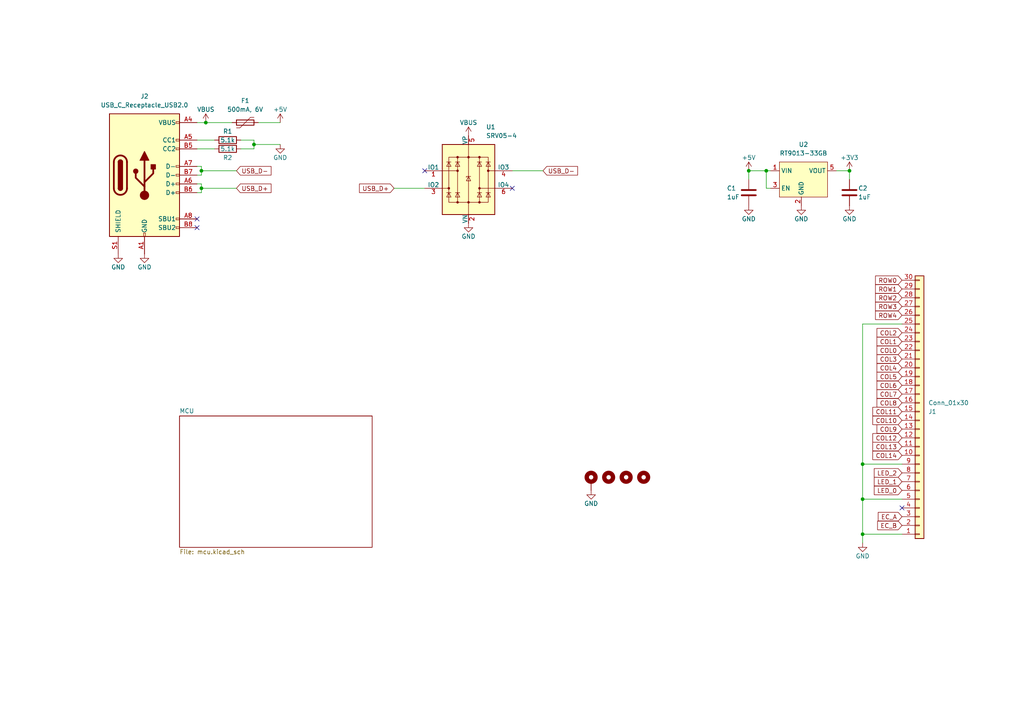
<source format=kicad_sch>
(kicad_sch (version 20230121) (generator eeschema)
  (paper "A4")
  (title_block (title "Facade60 Daughterboard") (rev "1.0") (company "SideraKB") (comment 1 "RP2040 edition") (comment 2 "Open source hardware, CERN-OHL-P v2") (comment 3 "https://github.com/siderakb/facade"))
  (lib_symbols
    (symbol "Connector:USB_C_Receptacle_USB2.0" (pin_names (offset 1.016))
      (property "Reference" "J" (at -10.16 19.05 0))
      (property "Value" "USB_C_Receptacle_USB2.0" (at 19.05 19.05 0))
      (symbol "USB_C_Receptacle_USB2.0_0_0"
        (rectangle (start -0.254 -17.78) (end 0.254 -16.764))
        (rectangle (start 10.16 -14.986) (end 9.144 -15.494))
        (rectangle (start 10.16 -12.446) (end 9.144 -12.954))
        (rectangle (start 10.16 -4.826) (end 9.144 -5.334))
        (rectangle (start 10.16 -2.286) (end 9.144 -2.794))
        (rectangle (start 10.16 0.254) (end 9.144 -0.254))
        (rectangle (start 10.16 2.794) (end 9.144 2.286))
        (rectangle (start 10.16 7.874) (end 9.144 7.366))
        (rectangle (start 10.16 10.414) (end 9.144 9.906))
        (rectangle (start 10.16 15.494) (end 9.144 14.986))
      )
      (symbol "USB_C_Receptacle_USB2.0_0_1"
        (rectangle (start -10.16 17.78) (end 10.16 -17.78) (stroke (width 0.254)) (fill (type background)))
        (arc (start -8.89 -3.81) (mid -6.985 -5.7067) (end -5.08 -3.81) (stroke (width 0.508)))
        (arc (start -7.62 -3.81) (mid -6.985 -4.4423) (end -6.35 -3.81) (stroke (width 0.254)))
        (arc (start -7.62 -3.81) (mid -6.985 -4.4423) (end -6.35 -3.81) (stroke (width 0.254)) (fill (type outline)))
        (rectangle (start -7.62 -3.81) (end -6.35 3.81) (stroke (width 0.254)) (fill (type outline)))
        (arc (start -6.35 3.81) (mid -6.985 4.4423) (end -7.62 3.81) (stroke (width 0.254)))
        (arc (start -6.35 3.81) (mid -6.985 4.4423) (end -7.62 3.81) (stroke (width 0.254)) (fill (type outline)))
        (arc (start -5.08 3.81) (mid -6.985 5.7067) (end -8.89 3.81) (stroke (width 0.508)))
        (circle (center -2.54 1.143) (radius 0.635) (stroke (width 0.254)) (fill (type outline)))
        (circle (center 0 -5.842) (radius 1.27) (fill (type outline)))
        (polyline (pts (xy -8.89 -3.81) (xy -8.89 3.81)) (stroke (width 0.508)))
        (polyline (pts (xy -5.08 3.81) (xy -5.08 -3.81)) (stroke (width 0.508)))
        (polyline (pts (xy 0 -5.842) (xy 0 4.318)) (stroke (width 0.508)))
        (polyline (pts (xy 0 -3.302) (xy -2.54 -0.762) (xy -2.54 0.508)) (stroke (width 0.508)))
        (polyline (pts (xy 0 -2.032) (xy 2.54 0.508) (xy 2.54 1.778)) (stroke (width 0.508)))
        (polyline (pts (xy -1.27 4.318) (xy 0 6.858) (xy 1.27 4.318) (xy -1.27 4.318)) (stroke (width 0.254)) (fill (type outline)))
        (rectangle (start 1.905 1.778) (end 3.175 3.048) (stroke (width 0.254)) (fill (type outline)))
      )
      (symbol "USB_C_Receptacle_USB2.0_1_1"
        (pin passive line (at 0 -22.86 90) (length 5.08) (name "GND") (number "A1"))
        (pin passive line (at 0 -22.86 90) (length 5.08) hide (name "GND") (number "A12"))
        (pin passive line (at 15.24 15.24 180) (length 5.08) (name "VBUS") (number "A4"))
        (pin bidirectional line (at 15.24 10.16 180) (length 5.08) (name "CC1") (number "A5"))
        (pin bidirectional line (at 15.24 -2.54 180) (length 5.08) (name "D+") (number "A6"))
        (pin bidirectional line (at 15.24 2.54 180) (length 5.08) (name "D-") (number "A7"))
        (pin bidirectional line (at 15.24 -12.7 180) (length 5.08) (name "SBU1") (number "A8"))
        (pin passive line (at 15.24 15.24 180) (length 5.08) hide (name "VBUS") (number "A9"))
        (pin passive line (at 0 -22.86 90) (length 5.08) hide (name "GND") (number "B1"))
        (pin passive line (at 0 -22.86 90) (length 5.08) hide (name "GND") (number "B12"))
        (pin passive line (at 15.24 15.24 180) (length 5.08) hide (name "VBUS") (number "B4"))
        (pin bidirectional line (at 15.24 7.62 180) (length 5.08) (name "CC2") (number "B5"))
        (pin bidirectional line (at 15.24 -5.08 180) (length 5.08) (name "D+") (number "B6"))
        (pin bidirectional line (at 15.24 0 180) (length 5.08) (name "D-") (number "B7"))
        (pin bidirectional line (at 15.24 -15.24 180) (length 5.08) (name "SBU2") (number "B8"))
        (pin passive line (at 15.24 15.24 180) (length 5.08) hide (name "VBUS") (number "B9"))
        (pin passive line (at -7.62 -22.86 90) (length 5.08) (name "SHIELD") (number "S1"))
      )
    )
    (symbol "Connector_Generic:Conn_01x30" (pin_names (offset 1.016) hide)
      (property "Reference" "J" (at 0 38.1 0))
      (property "Value" "Conn_01x30" (at 0 -40.64 0))
      (symbol "Conn_01x30_1_1"
        (rectangle (start -1.27 -37.973) (end 0 -38.227) (stroke (width 0.1524)))
        (rectangle (start -1.27 -35.433) (end 0 -35.687) (stroke (width 0.1524)))
        (rectangle (start -1.27 -32.893) (end 0 -33.147) (stroke (width 0.1524)))
        (rectangle (start -1.27 -30.353) (end 0 -30.607) (stroke (width 0.1524)))
        (rectangle (start -1.27 -27.813) (end 0 -28.067) (stroke (width 0.1524)))
        (rectangle (start -1.27 -25.273) (end 0 -25.527) (stroke (width 0.1524)))
        (rectangle (start -1.27 -22.733) (end 0 -22.987) (stroke (width 0.1524)))
        (rectangle (start -1.27 -20.193) (end 0 -20.447) (stroke (width 0.1524)))
        (rectangle (start -1.27 -17.653) (end 0 -17.907) (stroke (width 0.1524)))
        (rectangle (start -1.27 -15.113) (end 0 -15.367) (stroke (width 0.1524)))
        (rectangle (start -1.27 -12.573) (end 0 -12.827) (stroke (width 0.1524)))
        (rectangle (start -1.27 -10.033) (end 0 -10.287) (stroke (width 0.1524)))
        (rectangle (start -1.27 -7.493) (end 0 -7.747) (stroke (width 0.1524)))
        (rectangle (start -1.27 -4.953) (end 0 -5.207) (stroke (width 0.1524)))
        (rectangle (start -1.27 -2.413) (end 0 -2.667) (stroke (width 0.1524)))
        (rectangle (start -1.27 0.127) (end 0 -0.127) (stroke (width 0.1524)))
        (rectangle (start -1.27 2.667) (end 0 2.413) (stroke (width 0.1524)))
        (rectangle (start -1.27 5.207) (end 0 4.953) (stroke (width 0.1524)))
        (rectangle (start -1.27 7.747) (end 0 7.493) (stroke (width 0.1524)))
        (rectangle (start -1.27 10.287) (end 0 10.033) (stroke (width 0.1524)))
        (rectangle (start -1.27 12.827) (end 0 12.573) (stroke (width 0.1524)))
        (rectangle (start -1.27 15.367) (end 0 15.113) (stroke (width 0.1524)))
        (rectangle (start -1.27 17.907) (end 0 17.653) (stroke (width 0.1524)))
        (rectangle (start -1.27 20.447) (end 0 20.193) (stroke (width 0.1524)))
        (rectangle (start -1.27 22.987) (end 0 22.733) (stroke (width 0.1524)))
        (rectangle (start -1.27 25.527) (end 0 25.273) (stroke (width 0.1524)))
        (rectangle (start -1.27 28.067) (end 0 27.813) (stroke (width 0.1524)))
        (rectangle (start -1.27 30.607) (end 0 30.353) (stroke (width 0.1524)))
        (rectangle (start -1.27 33.147) (end 0 32.893) (stroke (width 0.1524)))
        (rectangle (start -1.27 35.687) (end 0 35.433) (stroke (width 0.1524)))
        (rectangle (start -1.27 36.83) (end 1.27 -39.37) (stroke (width 0.254)) (fill (type background)))
        (pin passive line (at -5.08 35.56 0) (length 3.81) (name "Pin_1") (number "1"))
        (pin passive line (at -5.08 12.7 0) (length 3.81) (name "Pin_10") (number "10"))
        (pin passive line (at -5.08 10.16 0) (length 3.81) (name "Pin_11") (number "11"))
        (pin passive line (at -5.08 7.62 0) (length 3.81) (name "Pin_12") (number "12"))
        (pin passive line (at -5.08 5.08 0) (length 3.81) (name "Pin_13") (number "13"))
        (pin passive line (at -5.08 2.54 0) (length 3.81) (name "Pin_14") (number "14"))
        (pin passive line (at -5.08 0 0) (length 3.81) (name "Pin_15") (number "15"))
        (pin passive line (at -5.08 -2.54 0) (length 3.81) (name "Pin_16") (number "16"))
        (pin passive line (at -5.08 -5.08 0) (length 3.81) (name "Pin_17") (number "17"))
        (pin passive line (at -5.08 -7.62 0) (length 3.81) (name "Pin_18") (number "18"))
        (pin passive line (at -5.08 -10.16 0) (length 3.81) (name "Pin_19") (number "19"))
        (pin passive line (at -5.08 33.02 0) (length 3.81) (name "Pin_2") (number "2"))
        (pin passive line (at -5.08 -12.7 0) (length 3.81) (name "Pin_20") (number "20"))
        (pin passive line (at -5.08 -15.24 0) (length 3.81) (name "Pin_21") (number "21"))
        (pin passive line (at -5.08 -17.78 0) (length 3.81) (name "Pin_22") (number "22"))
        (pin passive line (at -5.08 -20.32 0) (length 3.81) (name "Pin_23") (number "23"))
        (pin passive line (at -5.08 -22.86 0) (length 3.81) (name "Pin_24") (number "24"))
        (pin passive line (at -5.08 -25.4 0) (length 3.81) (name "Pin_25") (number "25"))
        (pin passive line (at -5.08 -27.94 0) (length 3.81) (name "Pin_26") (number "26"))
        (pin passive line (at -5.08 -30.48 0) (length 3.81) (name "Pin_27") (number "27"))
        (pin passive line (at -5.08 -33.02 0) (length 3.81) (name "Pin_28") (number "28"))
        (pin passive line (at -5.08 -35.56 0) (length 3.81) (name "Pin_29") (number "29"))
        (pin passive line (at -5.08 30.48 0) (length 3.81) (name "Pin_3") (number "3"))
        (pin passive line (at -5.08 -38.1 0) (length 3.81) (name "Pin_30") (number "30"))
        (pin passive line (at -5.08 27.94 0) (length 3.81) (name "Pin_4") (number "4"))
        (pin passive line (at -5.08 25.4 0) (length 3.81) (name "Pin_5") (number "5"))
        (pin passive line (at -5.08 22.86 0) (length 3.81) (name "Pin_6") (number "6"))
        (pin passive line (at -5.08 20.32 0) (length 3.81) (name "Pin_7") (number "7"))
        (pin passive line (at -5.08 17.78 0) (length 3.81) (name "Pin_8") (number "8"))
        (pin passive line (at -5.08 15.24 0) (length 3.81) (name "Pin_9") (number "9"))
      )
    )
    (symbol "Device:C" (pin_numbers hide) (pin_names (offset 0.254))
      (property "Reference" "C" (at 0.635 2.54 0))
      (property "Value" "C" (at 0.635 -2.54 0))
      (symbol "C_0_1"
        (polyline (pts (xy -2.032 -0.762) (xy 2.032 -0.762)) (stroke (width 0.508)))
        (polyline (pts (xy -2.032 0.762) (xy 2.032 0.762)) (stroke (width 0.508)))
      )
      (symbol "C_1_1"
        (pin passive line (at 0 3.81 270) (length 2.794) (name "~") (number "1"))
        (pin passive line (at 0 -3.81 90) (length 2.794) (name "~") (number "2"))
      )
    )
    (symbol "Device:Polyfuse" (pin_numbers hide) (pin_names (offset 0))
      (property "Reference" "F" (at -2.54 0 90))
      (property "Value" "Polyfuse" (at 2.54 0 90))
      (symbol "Polyfuse_0_1"
        (rectangle (start -0.762 2.54) (end 0.762 -2.54) (stroke (width 0.254)))
        (polyline (pts (xy 0 2.54) (xy 0 -2.54)))
        (polyline (pts (xy -1.524 2.54) (xy -1.524 1.524) (xy 1.524 -1.524) (xy 1.524 -2.54)))
      )
      (symbol "Polyfuse_1_1"
        (pin passive line (at 0 3.81 270) (length 1.27) (name "~") (number "1"))
        (pin passive line (at 0 -3.81 90) (length 1.27) (name "~") (number "2"))
      )
    )
    (symbol "Device:R" (pin_numbers hide) (pin_names (offset 0))
      (property "Reference" "R" (at 2.032 0 90))
      (property "Value" "R" (at 0 0 90))
      (symbol "R_0_1"
        (rectangle (start -1.016 -2.54) (end 1.016 2.54) (stroke (width 0.254)))
      )
      (symbol "R_1_1"
        (pin passive line (at 0 3.81 270) (length 1.27) (name "~") (number "1"))
        (pin passive line (at 0 -3.81 90) (length 1.27) (name "~") (number "2"))
      )
    )
    (symbol "Mechanical:MountingHole" (pin_names (offset 1.016))
      (property "Reference" "H" (at 0 5.08 0))
      (property "Value" "MountingHole" (at 0 3.175 0))
      (symbol "MountingHole_0_1"
        (circle (center 0 0) (radius 1.27) (stroke (width 1.27)))
      )
    )
    (symbol "Mechanical:MountingHole_Pad" (pin_numbers hide) (pin_names (offset 1.016) hide)
      (property "Reference" "H" (at 0 6.35 0))
      (property "Value" "MountingHole_Pad" (at 0 4.445 0))
      (symbol "MountingHole_Pad_0_1"
        (circle (center 0 1.27) (radius 1.27) (stroke (width 1.27)))
      )
      (symbol "MountingHole_Pad_1_1"
        (pin input line (at 0 -2.54 90) (length 2.54) (name "1") (number "1"))
      )
    )
    (symbol "Power_Protection:SRV05-4" (pin_names (offset 0))
      (property "Reference" "U" (at -5.08 11.43 0))
      (property "Value" "SRV05-4" (at 2.54 11.43 0))
      (symbol "SRV05-4_0_0"
        (rectangle (start -5.715 6.477) (end 5.715 -6.604))
        (polyline (pts (xy -3.175 -6.604) (xy -3.175 6.477)))
        (polyline (pts (xy 3.175 6.477) (xy 3.175 -6.604)))
      )
      (symbol "SRV05-4_0_1"
        (rectangle (start -7.62 10.16) (end 7.62 -10.16) (stroke (width 0.254)) (fill (type background)))
        (circle (center -5.715 -2.54) (radius 0.2794) (fill (type outline)))
        (circle (center -3.175 -6.604) (radius 0.2794) (fill (type outline)))
        (circle (center -3.175 2.54) (radius 0.2794) (fill (type outline)))
        (circle (center -3.175 6.477) (radius 0.2794) (fill (type outline)))
        (circle (center 0 -6.604) (radius 0.2794) (fill (type outline)))
        (polyline (pts (xy -7.747 2.54) (xy -3.175 2.54)))
        (polyline (pts (xy -7.62 -2.54) (xy -5.715 -2.54)))
        (polyline (pts (xy -5.08 -3.81) (xy -6.35 -3.81)))
        (polyline (pts (xy -5.08 5.08) (xy -6.35 5.08)))
        (polyline (pts (xy -2.54 -3.81) (xy -3.81 -3.81)))
        (polyline (pts (xy -2.54 5.08) (xy -3.81 5.08)))
        (polyline (pts (xy 0 10.16) (xy 0 -10.16)))
        (polyline (pts (xy 3.81 -3.81) (xy 2.54 -3.81)))
        (polyline (pts (xy 3.81 5.08) (xy 2.54 5.08)))
        (polyline (pts (xy 6.35 -3.81) (xy 5.08 -3.81)))
        (polyline (pts (xy 6.35 5.08) (xy 5.08 5.08)))
        (polyline (pts (xy 7.62 -2.54) (xy 3.175 -2.54)))
        (polyline (pts (xy 7.62 2.54) (xy 5.715 2.54)))
        (polyline (pts (xy 0.635 0.889) (xy -0.635 0.889) (xy -0.635 0.635)))
        (polyline (pts (xy -5.08 -5.08) (xy -6.35 -5.08) (xy -5.715 -3.81) (xy -5.08 -5.08)))
        (polyline (pts (xy -5.08 3.81) (xy -6.35 3.81) (xy -5.715 5.08) (xy -5.08 3.81)))
        (polyline (pts (xy -2.54 -5.08) (xy -3.81 -5.08) (xy -3.175 -3.81) (xy -2.54 -5.08)))
        (polyline (pts (xy -2.54 3.81) (xy -3.81 3.81) (xy -3.175 5.08) (xy -2.54 3.81)))
        (polyline (pts (xy 0.635 -0.381) (xy -0.635 -0.381) (xy 0 0.889) (xy 0.635 -0.381)))
        (polyline (pts (xy 3.81 -5.08) (xy 2.54 -5.08) (xy 3.175 -3.81) (xy 3.81 -5.08)))
        (polyline (pts (xy 3.81 3.81) (xy 2.54 3.81) (xy 3.175 5.08) (xy 3.81 3.81)))
        (polyline (pts (xy 6.35 -5.08) (xy 5.08 -5.08) (xy 5.715 -3.81) (xy 6.35 -5.08)))
        (polyline (pts (xy 6.35 3.81) (xy 5.08 3.81) (xy 5.715 5.08) (xy 6.35 3.81)))
        (circle (center 0 6.477) (radius 0.2794) (fill (type outline)))
        (circle (center 3.175 -6.604) (radius 0.2794) (fill (type outline)))
        (circle (center 3.175 -2.54) (radius 0.2794) (fill (type outline)))
        (circle (center 3.175 6.477) (radius 0.2794) (fill (type outline)))
        (circle (center 5.715 2.54) (radius 0.2794) (fill (type outline)))
      )
      (symbol "SRV05-4_1_1"
        (pin passive line (at -12.7 2.54 0) (length 5.08) (name "IO1") (number "1"))
        (pin passive line (at 0 -12.7 90) (length 2.54) (name "VN") (number "2"))
        (pin passive line (at -12.7 -2.54 0) (length 5.08) (name "IO2") (number "3"))
        (pin passive line (at 12.7 2.54 180) (length 5.08) (name "IO3") (number "4"))
        (pin passive line (at 0 12.7 270) (length 2.54) (name "VP") (number "5"))
        (pin passive line (at 12.7 -2.54 180) (length 5.08) (name "IO4") (number "6"))
      )
    )
    (symbol "power:+3V3" (power) (pin_names (offset 0))
      (property "Value" "+3V3" (at 0 3.556 0))
      (symbol "+3V3_0_1"
        (polyline (pts (xy -0.762 1.27) (xy 0 2.54)))
        (polyline (pts (xy 0 0) (xy 0 2.54)))
        (polyline (pts (xy 0 2.54) (xy 0.762 1.27)))
      )
      (symbol "+3V3_1_1"
        (pin power_in line (at 0 0 90) (length 0) hide (name "+3V3") (number "1"))
      )
    )
    (symbol "power:+5V" (power) (pin_names (offset 0))
      (property "Value" "+5V" (at 0 3.556 0))
      (symbol "+5V_0_1"
        (polyline (pts (xy -0.762 1.27) (xy 0 2.54)))
        (polyline (pts (xy 0 0) (xy 0 2.54)))
        (polyline (pts (xy 0 2.54) (xy 0.762 1.27)))
      )
      (symbol "+5V_1_1"
        (pin power_in line (at 0 0 90) (length 0) hide (name "+5V") (number "1"))
      )
    )
    (symbol "power:GND" (power) (pin_names (offset 0))
      (property "Value" "GND" (at 0 -3.81 0))
      (symbol "GND_0_1"
        (polyline (pts (xy 0 0) (xy 0 -1.27) (xy 1.27 -1.27) (xy 0 -2.54) (xy -1.27 -1.27) (xy 0 -1.27)))
      )
      (symbol "GND_1_1"
        (pin power_in line (at 0 0 270) (length 0) hide (name "GND") (number "1"))
      )
    )
    (symbol "power:VBUS" (power) (pin_names (offset 0))
      (property "Value" "VBUS" (at 0 3.81 0))
      (symbol "VBUS_0_1"
        (polyline (pts (xy -0.762 1.27) (xy 0 2.54)))
        (polyline (pts (xy 0 0) (xy 0 2.54)))
        (polyline (pts (xy 0 2.54) (xy 0.762 1.27)))
      )
      (symbol "VBUS_1_1"
        (pin power_in line (at 0 0 90) (length 0) hide (name "VBUS") (number "1"))
      )
    )
    (symbol "rp-micro:RT9013-33GB"
      (property "Reference" "U?" (at 0 8.89 0))
      (property "Value" "RT9013-33GB" (at 0 6.35 0))
      (symbol "RT9013-33GB_0_0"
        (pin no_connect non_logic (at 10.16 -2.54 180) (length 2.54) hide (name "NC") (number "4"))
      )
      (symbol "RT9013-33GB_0_1"
        (rectangle (start -6.35 5.08) (end 7.62 -5.08) (fill (type background)))
      )
      (symbol "RT9013-33GB_1_1"
        (pin power_in line (at -8.89 2.54 0) (length 2.54) (name "VIN") (number "1"))
        (pin power_in line (at 0 -7.62 90) (length 2.54) (name "GND") (number "2"))
        (pin input line (at -8.89 -2.54 0) (length 2.54) (name "EN") (number "3"))
        (pin power_out line (at 10.16 2.54 180) (length 2.54) (name "VOUT") (number "5"))
      )
    )
  )
  (junction (at 217.17 49.53))
  (junction (at 73.66 41.91))
  (junction (at 59.69 35.56))
  (junction (at 250.19 154.94))
  (junction (at 250.19 134.62))
  (junction (at 250.19 144.78))
  (junction (at 246.38 49.53))
  (junction (at 58.42 54.61))
  (junction (at 58.42 49.53))
  (junction (at 222.25 49.53))
  (no_connect (at 123.19 49.53))
  (no_connect (at 57.15 63.5))
  (no_connect (at 57.15 66.04))
  (no_connect (at 261.62 147.32))
  (no_connect (at 148.59 54.61))
  (wire (pts (xy 246.38 49.53) (xy 246.38 52.07)))
  (wire (pts (xy 57.15 53.34) (xy 58.42 53.34)))
  (wire (pts (xy 73.66 40.64) (xy 73.66 41.91)))
  (wire (pts (xy 217.17 49.53) (xy 222.25 49.53)))
  (wire (pts (xy 58.42 48.26) (xy 58.42 49.53)))
  (wire (pts (xy 58.42 53.34) (xy 58.42 54.61)))
  (wire (pts (xy 58.42 54.61) (xy 68.58 54.61)))
  (wire (pts (xy 73.66 41.91) (xy 81.28 41.91)))
  (wire (pts (xy 250.19 154.94) (xy 250.19 157.48)))
  (wire (pts (xy 58.42 49.53) (xy 68.58 49.53)))
  (wire (pts (xy 67.31 35.56) (xy 59.69 35.56)))
  (wire (pts (xy 250.19 154.94) (xy 261.62 154.94)))
  (wire (pts (xy 57.15 43.18) (xy 62.23 43.18)))
  (wire (pts (xy 250.19 93.98) (xy 250.19 134.62)))
  (wire (pts (xy 58.42 49.53) (xy 58.42 50.8)))
  (wire (pts (xy 58.42 54.61) (xy 58.42 55.88)))
  (wire (pts (xy 217.17 49.53) (xy 217.17 52.07)))
  (wire (pts (xy 223.52 54.61) (xy 222.25 54.61)))
  (wire (pts (xy 250.19 144.78) (xy 261.62 144.78)))
  (wire (pts (xy 57.15 48.26) (xy 58.42 48.26)))
  (wire (pts (xy 73.66 41.91) (xy 73.66 43.18)))
  (wire (pts (xy 57.15 55.88) (xy 58.42 55.88)))
  (wire (pts (xy 261.62 93.98) (xy 250.19 93.98)))
  (wire (pts (xy 62.23 40.64) (xy 57.15 40.64)))
  (wire (pts (xy 114.3 54.61) (xy 123.19 54.61)))
  (wire (pts (xy 242.57 49.53) (xy 246.38 49.53)))
  (wire (pts (xy 73.66 43.18) (xy 69.85 43.18)))
  (wire (pts (xy 222.25 49.53) (xy 223.52 49.53)))
  (wire (pts (xy 250.19 134.62) (xy 250.19 144.78)))
  (wire (pts (xy 157.48 49.53) (xy 148.59 49.53)))
  (wire (pts (xy 222.25 54.61) (xy 222.25 49.53)))
  (wire (pts (xy 250.19 144.78) (xy 250.19 154.94)))
  (wire (pts (xy 57.15 35.56) (xy 59.69 35.56)))
  (wire (pts (xy 73.66 40.64) (xy 69.85 40.64)))
  (wire (pts (xy 81.28 35.56) (xy 74.93 35.56)))
  (wire (pts (xy 58.42 50.8) (xy 57.15 50.8)))
  (wire (pts (xy 250.19 134.62) (xy 261.62 134.62)))
  (global_label "COL8" (shape input) (at 261.62 116.84 180) (property "Intersheetrefs" "${INTERSHEET_REFS}" (effects hide)))
  (global_label "ROW1" (shape input) (at 261.62 83.82 180) (property "Intersheetrefs" "${INTERSHEET_REFS}" (effects hide)))
  (global_label "COL7" (shape input) (at 261.62 114.3 180) (property "Intersheetrefs" "${INTERSHEET_REFS}" (effects hide)))
  (global_label "USB_D+" (shape input) (at 114.3 54.61 180) (property "Intersheetrefs" "${INTERSHEET_REFS}" (effects hide)))
  (global_label "COL14" (shape input) (at 261.62 132.08 180) (property "Intersheetrefs" "${INTERSHEET_REFS}" (effects hide)))
  (global_label "LED_1" (shape input) (at 261.62 139.7 180) (property "Intersheetrefs" "${INTERSHEET_REFS}" (effects hide)))
  (global_label "COL5" (shape input) (at 261.62 109.22 180) (property "Intersheetrefs" "${INTERSHEET_REFS}" (effects hide)))
  (global_label "COL9" (shape input) (at 261.62 124.46 180) (property "Intersheetrefs" "${INTERSHEET_REFS}" (effects hide)))
  (global_label "COL4" (shape input) (at 261.62 106.68 180) (property "Intersheetrefs" "${INTERSHEET_REFS}" (effects hide)))
  (global_label "LED_0" (shape input) (at 261.62 142.24 180) (property "Intersheetrefs" "${INTERSHEET_REFS}" (effects hide)))
  (global_label "ROW4" (shape input) (at 261.62 91.44 180) (property "Intersheetrefs" "${INTERSHEET_REFS}" (effects hide)))
  (global_label "COL6" (shape input) (at 261.62 111.76 180) (property "Intersheetrefs" "${INTERSHEET_REFS}" (effects hide)))
  (global_label "ROW2" (shape input) (at 261.62 86.36 180) (property "Intersheetrefs" "${INTERSHEET_REFS}" (effects hide)))
  (global_label "COL12" (shape input) (at 261.62 127 180) (property "Intersheetrefs" "${INTERSHEET_REFS}" (effects hide)))
  (global_label "COL0" (shape input) (at 261.62 101.6 180) (property "Intersheetrefs" "${INTERSHEET_REFS}" (effects hide)))
  (global_label "COL2" (shape input) (at 261.62 96.52 180) (property "Intersheetrefs" "${INTERSHEET_REFS}" (effects hide)))
  (global_label "ROW3" (shape input) (at 261.62 88.9 180) (property "Intersheetrefs" "${INTERSHEET_REFS}" (effects hide)))
  (global_label "USB_D-" (shape input) (at 68.58 49.53 0) (property "Intersheetrefs" "${INTERSHEET_REFS}" (effects hide)))
  (global_label "LED_2" (shape input) (at 261.62 137.16 180) (property "Intersheetrefs" "${INTERSHEET_REFS}" (effects hide)))
  (global_label "COL3" (shape input) (at 261.62 104.14 180) (property "Intersheetrefs" "${INTERSHEET_REFS}" (effects hide)))
  (global_label "USB_D-" (shape input) (at 157.48 49.53 0) (property "Intersheetrefs" "${INTERSHEET_REFS}" (effects hide)))
  (global_label "ROW0" (shape input) (at 261.62 81.28 180) (property "Intersheetrefs" "${INTERSHEET_REFS}" (effects hide)))
  (global_label "COL10" (shape input) (at 261.62 121.92 180) (property "Intersheetrefs" "${INTERSHEET_REFS}" (effects hide)))
  (global_label "COL11" (shape input) (at 261.62 119.38 180) (property "Intersheetrefs" "${INTERSHEET_REFS}" (effects hide)))
  (global_label "EC_B" (shape input) (at 261.62 152.4 180) (property "Intersheetrefs" "${INTERSHEET_REFS}" (effects hide)))
  (global_label "EC_A" (shape input) (at 261.62 149.86 180) (property "Intersheetrefs" "${INTERSHEET_REFS}" (effects hide)))
  (global_label "USB_D+" (shape input) (at 68.58 54.61 0) (property "Intersheetrefs" "${INTERSHEET_REFS}" (effects hide)))
  (global_label "COL13" (shape input) (at 261.62 129.54 180) (property "Intersheetrefs" "${INTERSHEET_REFS}" (effects hide)))
  (global_label "COL1" (shape input) (at 261.62 99.06 180) (property "Intersheetrefs" "${INTERSHEET_REFS}" (effects hide)))
  (symbol (lib_id "power:GND") (at 217.17 59.69 0) (unit 1)
    (property "Reference" "#PWR08" (effects hide))
    (property "Value" "GND" (at 217.17 63.5 0))
  )
  (symbol (lib_id "Device:R") (at 66.04 40.64 90) (unit 1)
    (property "Reference" "R1" (at 66.04 38.1 90))
    (property "Value" "5.1k" (at 66.04 40.64 90))
    (property "Footprint" "Resistor_SMD:R_0402_1005Metric" (effects hide))
    (property "MFR. Part #" "0402WGF5101TCE" (effects hide))
    (property "LCSC" "C25905" (effects hide))
  )
  (symbol (lib_id "Device:R") (at 66.04 43.18 90) (unit 1)
    (property "Reference" "R2" (at 66.04 45.72 90))
    (property "Value" "5.1k" (at 66.04 43.18 90))
    (property "Footprint" "Resistor_SMD:R_0402_1005Metric" (effects hide))
    (property "MFR. Part #" "0402WGF5101TCE" (effects hide))
    (property "LCSC" "C25905" (effects hide))
  )
  (symbol (lib_id "power:+3V3") (at 246.38 49.53 0) (unit 1)
    (property "Reference" "#PWR07" (effects hide))
    (property "Value" "+3V3" (at 246.38 45.72 0))
  )
  (symbol (lib_id "power:GND") (at 34.29 73.66 0) (unit 1)
    (property "Reference" "#PWR012" (effects hide))
    (property "Value" "GND" (at 34.29 77.47 0))
  )
  (symbol (lib_id "power:GND") (at 135.89 64.77 0) (unit 1)
    (property "Reference" "#PWR011" (effects hide))
    (property "Value" "GND" (at 135.89 68.58 0))
  )
  (symbol (lib_id "Mechanical:MountingHole") (at 186.69 138.43 0) (unit 1)
    (property "Reference" "H4" (effects hide))
    (property "Value" "MountingHole" (effects hide))
    (property "Footprint" "MountingHole:MountingHole_2.7mm_M2.5" (effects hide))
  )
  (symbol (lib_id "power:GND") (at 232.41 59.69 0) (unit 1)
    (property "Reference" "#PWR09" (effects hide))
    (property "Value" "GND" (at 232.41 63.5 0))
  )
  (symbol (lib_id "power:VBUS") (at 59.69 35.56 0) (unit 1)
    (property "Reference" "#PWR02" (effects hide))
    (property "Value" "VBUS" (at 59.69 31.75 0))
  )
  (symbol (lib_id "rp-micro:RT9013-33GB") (at 232.41 52.07 0) (unit 1)
    (property "Reference" "U2" (at 233.045 41.91 0))
    (property "Value" "RT9013-33GB" (at 233.045 44.45 0))
    (property "Footprint" "Package_TO_SOT_SMD:SOT-23-5" (effects hide))
    (property "MFR. Part #" "TPRT9013-33GB" (effects hide))
    (property "LCSC" "C587158" (effects hide))
  )
  (symbol (lib_id "Mechanical:MountingHole") (at 176.53 138.43 0) (unit 1)
    (property "Reference" "H2" (effects hide))
    (property "Value" "MountingHole" (effects hide))
    (property "Footprint" "MountingHole:MountingHole_2.7mm_M2.5" (effects hide))
  )
  (symbol (lib_id "power:VBUS") (at 135.89 39.37 0) (unit 1)
    (property "Reference" "#PWR04" (effects hide))
    (property "Value" "VBUS" (at 135.89 35.56 0))
  )
  (symbol (lib_id "power:GND") (at 41.91 73.66 0) (unit 1)
    (property "Reference" "#PWR013" (effects hide))
    (property "Value" "GND" (at 41.91 77.47 0))
  )
  (symbol (lib_id "Connector:USB_C_Receptacle_USB2.0") (at 41.91 50.8 0) (unit 1)
    (property "Reference" "J2" (at 41.91 27.94 0))
    (property "Value" "USB_C_Receptacle_USB2.0" (at 41.91 30.48 0))
    (property "Footprint" "Connector_USB:USB_C_Receptacle_HRO_TYPE-C-31-M-12" (effects hide))
    (property "Datasheet" "https://www.usb.org/sites/default/files/documents/usb_type-c.zip" (effects hide))
    (property "MFR. Part #" "TYPE-C-31-M-12" (effects hide))
    (property "LCSC" "C165948" (effects hide))
  )
  (symbol (lib_id "Connector_Generic:Conn_01x30") (at 266.7 119.38 0) (mirror x) (unit 1)
    (property "Reference" "J1" (at 269.24 119.38 0) (effects (justify left)))
    (property "Value" "Conn_01x30" (at 269.24 116.84 0) (effects (justify left)))
    (property "Footprint" "Connector_FFC-FPC:TE_3-1734839-0_1x30-1MP_P0.5mm_Horizontal" (effects hide))
    (property "LCSC" "C2856808" (effects hide))
    (property "MFR. Part #" "FPC-05F-30PH20" (effects hide))
  )
  (symbol (lib_id "Power_Protection:SRV05-4") (at 135.89 52.07 0) (unit 1)
    (property "Reference" "U1" (at 140.97 36.83 0) (effects (justify left)))
    (property "Value" "SRV05-4" (at 140.97 39.37 0) (effects (justify left)))
    (property "Footprint" "Package_TO_SOT_SMD:SOT-23-6" (effects hide))
    (property "Datasheet" "http://www.onsemi.com/pub/Collateral/SRV05-4-D.PDF" (effects hide))
    (property "LCSC" "C85364" (effects hide))
    (property "MFR. Part #" "SRV05-4-P-T7" (effects hide))
  )
  (symbol (lib_id "power:GND") (at 246.38 59.69 0) (unit 1)
    (property "Reference" "#PWR010" (effects hide))
    (property "Value" "GND" (at 246.38 63.5 0))
  )
  (symbol (lib_id "power:GND") (at 81.28 41.91 0) (unit 1)
    (property "Reference" "#PWR05" (effects hide))
    (property "Value" "GND" (at 81.28 45.72 0))
  )
  (symbol (lib_id "Device:C") (at 217.17 55.88 0) (unit 1)
    (property "Reference" "C1" (at 210.82 54.61 0) (effects (justify left)))
    (property "Value" "1uF" (at 210.82 57.15 0) (effects (justify left)))
    (property "Footprint" "Capacitor_SMD:C_0402_1005Metric" (effects hide))
    (property "MFR. Part #" "CL05A105KA5NQNC" (effects hide))
    (property "LCSC" "C52923" (effects hide))
  )
  (symbol (lib_id "power:GND") (at 250.19 157.48 0) (unit 1)
    (property "Reference" "#PWR01" (effects hide))
    (property "Value" "GND" (at 250.19 161.29 0))
  )
  (symbol (lib_id "Mechanical:MountingHole") (at 181.61 138.43 0) (unit 1)
    (property "Reference" "H3" (effects hide))
    (property "Value" "MountingHole" (effects hide))
    (property "Footprint" "MountingHole:MountingHole_2.7mm_M2.5" (effects hide))
  )
  (symbol (lib_id "power:+5V") (at 81.28 35.56 0) (unit 1)
    (property "Reference" "#PWR03" (effects hide))
    (property "Value" "+5V" (at 81.28 31.75 0))
  )
  (symbol (lib_id "power:+5V") (at 217.17 49.53 0) (unit 1)
    (property "Reference" "#PWR06" (effects hide))
    (property "Value" "+5V" (at 217.17 45.72 0))
  )
  (symbol (lib_id "power:GND") (at 171.45 142.24 0) (unit 1)
    (property "Reference" "#PWR031" (effects hide))
    (property "Value" "GND" (at 171.45 146.05 0))
  )
  (symbol (lib_id "Device:C") (at 246.38 55.88 0) (unit 1)
    (property "Reference" "C2" (at 248.92 54.61 0) (effects (justify left)))
    (property "Value" "1uF" (at 248.92 57.15 0) (effects (justify left)))
    (property "Footprint" "Capacitor_SMD:C_0402_1005Metric" (effects hide))
    (property "MFR. Part #" "CL05A105KA5NQNC" (effects hide))
    (property "LCSC" "C52923" (effects hide))
  )
  (symbol (lib_id "Mechanical:MountingHole_Pad") (at 171.45 139.7 0) (unit 1)
    (property "Reference" "H1" (effects hide))
    (property "Value" "MountingHole" (effects hide))
    (property "Footprint" "MountingHole:MountingHole_2.7mm_M2.5_DIN965_Pad" (effects hide))
  )
  (symbol (lib_id "Device:Polyfuse") (at 71.12 35.56 90) (unit 1)
    (property "Reference" "F1" (at 71.12 29.21 90))
    (property "Value" "500mA, 6V" (at 71.12 31.75 90))
    (property "Footprint" "Fuse:Fuse_0805_2012Metric" (effects hide))
    (property "MFR. Part #" "SMD0805B050TF" (effects hide))
    (property "LCSC" "C269104" (effects hide))
  )
  (sheet (at 52.07 120.65) (size 55.88 38.1) (stroke (width 0.1524))
    (property "Sheetname" "MCU" (at 52.07 119.9384 0) (effects (justify left bottom)))
    (property "Sheetfile" "mcu.kicad_sch" (at 52.07 159.3346 0) (effects (justify left top)))
  )
)
</source>
